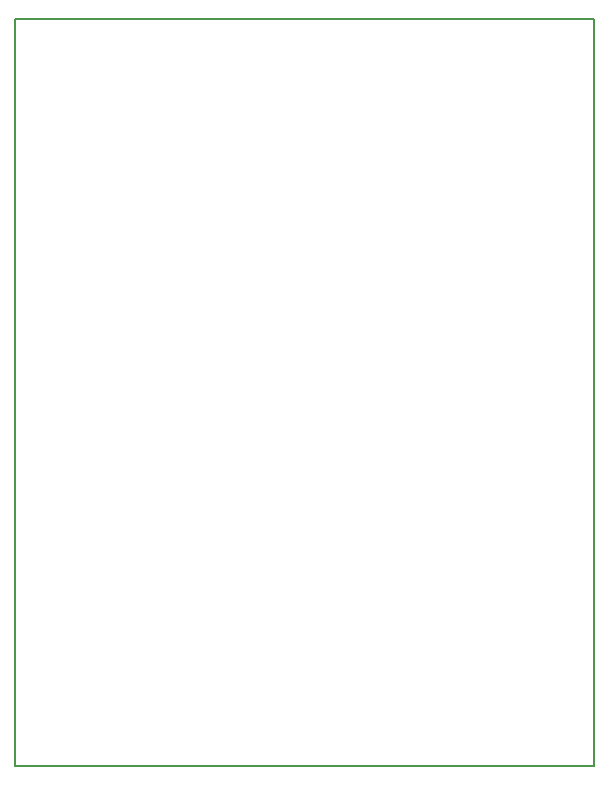
<source format=gbr>
G04 #@! TF.FileFunction,Profile,NP*
%FSLAX46Y46*%
G04 Gerber Fmt 4.6, Leading zero omitted, Abs format (unit mm)*
G04 Created by KiCad (PCBNEW 4.0.7) date 03/22/18 13:14:38*
%MOMM*%
%LPD*%
G01*
G04 APERTURE LIST*
%ADD10C,0.100000*%
%ADD11C,0.150000*%
G04 APERTURE END LIST*
D10*
D11*
X126950000Y-31400000D02*
X126950000Y-39650000D01*
X77950000Y-39650000D02*
X77950000Y-31400000D01*
X77950000Y-39650000D02*
X77950000Y-94650000D01*
X126950000Y-31400000D02*
X77950000Y-31400000D01*
X126950000Y-94650000D02*
X126950000Y-39650000D01*
X77950000Y-94650000D02*
X126950000Y-94650000D01*
M02*

</source>
